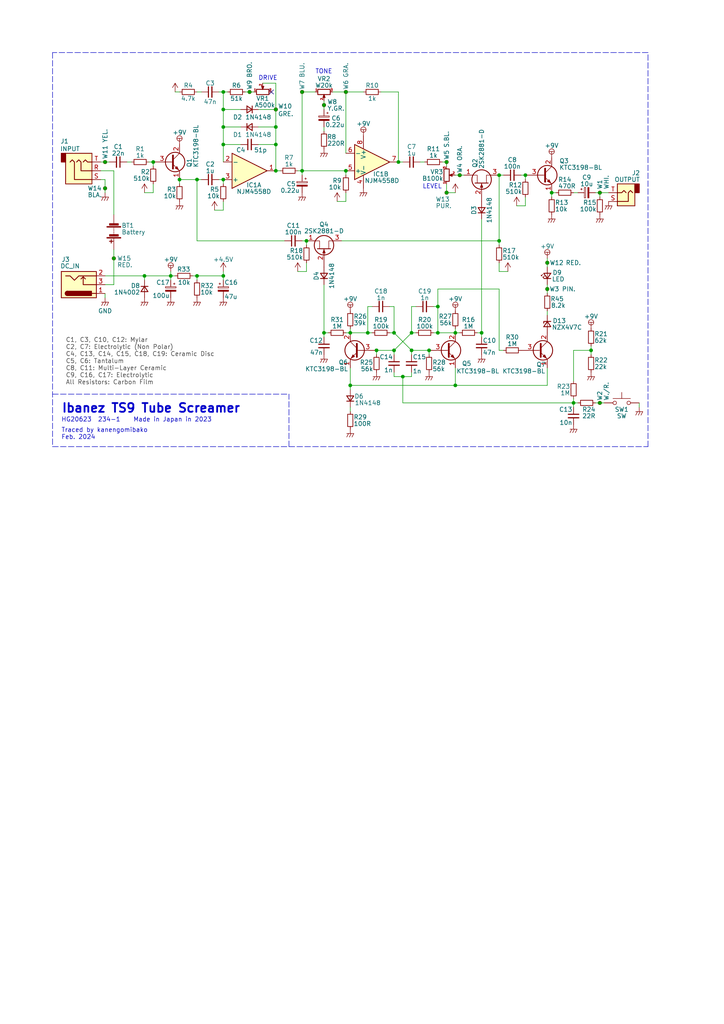
<source format=kicad_sch>
(kicad_sch (version 20231120) (generator "eeschema") (generator_version "8.0")
  (paper "A4" portrait)
  (lib_symbols
    (symbol "Amplifier_Operational:NJM4558" (pin_names (offset 0.127))
      (property "Reference" "U" (at 0 5.08 0))
      (property "Value" "NJM4558" (at 0 -5.08 0))
      (symbol "NJM4558_1_1"
        (pin output line (at 7.62 0 180) (length 2.54) (name "~") (number "1"))
        (pin input line (at -7.62 -2.54 0) (length 2.54) (name "-") (number "2"))
        (pin input line (at -7.62 2.54 0) (length 2.54) (name "+") (number "3"))
      )
      (symbol "NJM4558_2_1"
        (pin input line (at -7.62 2.54 0) (length 2.54) (name "+") (number "5"))
        (pin input line (at -7.62 -2.54 0) (length 2.54) (name "-") (number "6"))
        (pin output line (at 7.62 0 180) (length 2.54) (name "~") (number "7"))
      )
      (symbol "NJM4558_3_1"
        (pin power_in line (at -2.54 -7.62 90) (length 3.81) (name "V-") (number "4"))
        (pin power_in line (at -2.54 7.62 270) (length 3.81) (name "V+") (number "8"))
      )
    )
    (symbol "Connector:Barrel_Jack_Switch" (pin_names hide)
      (property "Reference" "J" (at 0 5.334 0))
      (property "Value" "Barrel_Jack_Switch" (at 0 -5.08 0))
      (symbol "Barrel_Jack_Switch_1_1"
        (pin passive line (at 7.62 2.54 180) (length 2.54) (name "~") (number "1"))
        (pin passive line (at 7.62 -2.54 180) (length 2.54) (name "~") (number "2"))
        (pin passive line (at 7.62 0 180) (length 2.54) (name "~") (number "3"))
      )
    )
    (symbol "Connector:TestPoint_Small" (pin_numbers hide) (pin_names (offset 0.762) hide)
      (property "Reference" "TP" (at 0 3.81 0))
      (property "Value" "TestPoint_Small" (at 0 2.032 0))
      (symbol "TestPoint_Small_1_1"
        (pin passive line (at 0 0 90) (length 0) (name "1") (number "1"))
      )
    )
    (symbol "Connector_Audio:AudioJack2"
      (property "Reference" "J" (at 0 8.89 0))
      (property "Value" "AudioJack2" (at 0 6.35 0))
      (symbol "AudioJack2_1_1"
        (pin passive line (at 5.08 2.54 180) (length 2.54) (name "~") (number "S"))
        (pin passive line (at 5.08 0 180) (length 2.54) (name "~") (number "T"))
      )
    )
    (symbol "Connector_Audio:AudioJack3"
      (property "Reference" "J" (at 0 8.89 0))
      (property "Value" "AudioJack3" (at 0 6.35 0))
      (symbol "AudioJack3_1_1"
        (pin passive line (at 5.08 0 180) (length 2.54) (name "~") (number "R"))
        (pin passive line (at 5.08 2.54 180) (length 2.54) (name "~") (number "S"))
        (pin passive line (at 5.08 -2.54 180) (length 2.54) (name "~") (number "T"))
      )
    )
    (symbol "Device:Battery" (pin_numbers hide) (pin_names (offset 0) hide)
      (property "Reference" "BT" (at 2.54 2.54 0))
      (property "Value" "Battery" (at 2.54 0 0))
      (symbol "Battery_1_1"
        (pin passive line (at 0 5.08 270) (length 2.54) (name "+") (number "1"))
        (pin passive line (at 0 -5.08 90) (length 2.54) (name "-") (number "2"))
      )
    )
    (symbol "Device:C_Polarized_Small" (pin_numbers hide) (pin_names (offset 0.254) hide)
      (property "Reference" "C" (at 0.254 1.778 0))
      (property "Value" "C_Polarized_Small" (at 0.254 -2.032 0))
      (symbol "C_Polarized_Small_1_1"
        (pin passive line (at 0 2.54 270) (length 1.8542) (name "~") (number "1"))
        (pin passive line (at 0 -2.54 90) (length 1.8542) (name "~") (number "2"))
      )
    )
    (symbol "Device:C_Small" (pin_numbers hide) (pin_names (offset 0.254) hide)
      (property "Reference" "C" (at 0.254 1.778 0))
      (property "Value" "C_Small" (at 0.254 -2.032 0))
      (symbol "C_Small_1_1"
        (pin passive line (at 0 2.54 270) (length 2.032) (name "~") (number "1"))
        (pin passive line (at 0 -2.54 90) (length 2.032) (name "~") (number "2"))
      )
    )
    (symbol "Device:D_Small" (pin_numbers hide) (pin_names (offset 0.254) hide)
      (property "Reference" "D" (at -1.27 2.032 0))
      (property "Value" "D_Small" (at -3.81 -2.032 0))
      (symbol "D_Small_1_1"
        (pin passive line (at -2.54 0 0) (length 1.778) (name "K") (number "1"))
        (pin passive line (at 2.54 0 180) (length 1.778) (name "A") (number "2"))
      )
    )
    (symbol "Device:D_Zener_Small" (pin_numbers hide) (pin_names (offset 0.254) hide)
      (property "Reference" "D" (at 0 2.286 0))
      (property "Value" "D_Zener_Small" (at 0 -2.286 0))
      (symbol "D_Zener_Small_1_1"
        (pin passive line (at -2.54 0 0) (length 1.778) (name "K") (number "1"))
        (pin passive line (at 2.54 0 180) (length 1.778) (name "A") (number "2"))
      )
    )
    (symbol "Device:LED_Small" (pin_numbers hide) (pin_names (offset 0.254) hide)
      (property "Reference" "D" (at -1.27 3.175 0))
      (property "Value" "LED_Small" (at -4.445 -2.54 0))
      (symbol "LED_Small_1_1"
        (pin passive line (at -2.54 0 0) (length 1.778) (name "K") (number "1"))
        (pin passive line (at 2.54 0 180) (length 1.778) (name "A") (number "2"))
      )
    )
    (symbol "Device:Q_NJFET_SGD" (pin_names (offset 0) hide)
      (property "Reference" "Q" (at 5.08 1.27 0))
      (property "Value" "Q_NJFET_SGD" (at 5.08 -1.27 0))
      (symbol "Q_NJFET_SGD_1_1"
        (pin passive line (at 2.54 -5.08 90) (length 2.54) (name "S") (number "1"))
        (pin input line (at -5.08 0 0) (length 5.334) (name "G") (number "2"))
        (pin passive line (at 2.54 5.08 270) (length 2.54) (name "D") (number "3"))
      )
    )
    (symbol "Device:R_Potentiometer_Small" (pin_names (offset 1.016) hide)
      (property "Reference" "RV" (at -4.445 0 90))
      (property "Value" "R_Potentiometer_Small" (at -2.54 0 90))
      (symbol "R_Potentiometer_Small_1_1"
        (pin passive line (at 0 2.54 270) (length 0.635) (name "1") (number "1"))
        (pin passive line (at 2.54 0 180) (length 0.9906) (name "2") (number "2"))
        (pin passive line (at 0 -2.54 90) (length 0.635) (name "3") (number "3"))
      )
    )
    (symbol "Device:R_Small" (pin_numbers hide) (pin_names (offset 0.254) hide)
      (property "Reference" "R" (at 0.762 0.508 0))
      (property "Value" "R_Small" (at 0.762 -1.016 0))
      (symbol "R_Small_1_1"
        (pin passive line (at 0 2.54 270) (length 0.762) (name "~") (number "1"))
        (pin passive line (at 0 -2.54 90) (length 0.762) (name "~") (number "2"))
      )
    )
    (symbol "GND_2" (power) (pin_names (offset 0))
      (symbol "GND_2_1_1"
        (pin power_in line (at 0 0 270) (length 0) hide (name "GND") (number "1"))
      )
    )
    (symbol "Switch:SW_Push" (pin_numbers hide) (pin_names (offset 1.016) hide)
      (property "Reference" "SW" (at 1.27 2.54 0))
      (property "Value" "SW_Push" (at 0 -1.524 0))
      (symbol "SW_Push_0_1"
        (pin passive line (at -5.08 0 0) (length 2.54) (name "1") (number "1"))
        (pin passive line (at 5.08 0 180) (length 2.54) (name "2") (number "2"))
      )
    )
    (symbol "Transistor_BJT:2SC1815" (pin_names (offset 0) hide)
      (property "Reference" "Q" (at 5.08 1.905 0))
      (property "Value" "2SC1815" (at 5.08 0 0))
      (symbol "2SC1815_1_1"
        (pin passive line (at 2.54 -5.08 90) (length 2.54) (name "E") (number "1"))
        (pin passive line (at 2.54 5.08 270) (length 2.54) (name "C") (number "2"))
        (pin input line (at -5.08 0 0) (length 5.08) (name "B") (number "3"))
      )
    )
    (symbol "myLib:+4.5V" (power) (pin_names (offset 0))
      (property "Value" "+4.5V" (at 0 3.556 0))
      (symbol "+4.5V_1_1"
        (pin power_in line (at 0 0 90) (length 0) hide (name "+4.5V") (number "1"))
      )
    )
    (symbol "myLib:+9V" (power) (pin_names (offset 0))
      (property "Value" "+9V" (at 0 3.556 0))
      (symbol "+9V_1_1"
        (pin power_in line (at 0 0 90) (length 0) hide (name "+9V") (number "1"))
      )
    )
  )
  (junction (at 64.77 52.07))
  (junction (at 30.48 46.99))
  (junction (at 80.01 31.75))
  (junction (at 106.68 96.52))
  (junction (at 57.15 80.01))
  (junction (at 114.3 101.6))
  (junction (at 80.01 41.91))
  (junction (at 158.75 76.2))
  (junction (at 64.77 41.91))
  (junction (at 88.9 69.85))
  (junction (at 57.15 52.07))
  (junction (at 132.08 111.76))
  (junction (at 80.01 36.83))
  (junction (at 49.53 80.01))
  (junction (at 64.77 80.01))
  (junction (at 119.38 96.52))
  (junction (at 109.22 101.6))
  (junction (at 87.63 26.67))
  (junction (at 33.02 74.93))
  (junction (at 64.77 36.83))
  (junction (at 129.54 46.99))
  (junction (at 80.01 49.53))
  (junction (at 64.77 26.67))
  (junction (at 127 96.52))
  (junction (at 115.57 46.99))
  (junction (at 52.07 52.07))
  (junction (at 101.6 111.76))
  (junction (at 100.33 49.53))
  (junction (at 133.35 50.8))
  (junction (at 64.77 31.75))
  (junction (at 119.38 101.6))
  (junction (at 87.63 49.53))
  (junction (at 114.3 96.52))
  (junction (at 173.99 55.88))
  (junction (at 173.99 116.84))
  (junction (at 72.39 26.67))
  (junction (at 144.78 69.85))
  (junction (at 139.7 96.52))
  (junction (at 101.6 96.52))
  (junction (at 166.37 116.84))
  (junction (at 152.4 50.8))
  (junction (at 100.33 26.67))
  (junction (at 158.75 83.82))
  (junction (at 44.45 46.99))
  (junction (at 93.98 30.48))
  (junction (at 160.02 55.88))
  (junction (at 132.08 96.52))
  (junction (at 41.91 80.01))
  (junction (at 93.98 96.52))
  (junction (at 129.54 55.88))
  (junction (at 171.45 101.6))
  (junction (at 127 88.9))
  (junction (at 116.84 109.22))
  (junction (at 144.78 50.8))
  (junction (at 124.46 101.6))
  (junction (at 30.48 54.61))
  (no_connect (at 78.74 26.67))
  (wire (pts (xy 41.91 80.01) (xy 49.53 80.01)))
  (wire (pts (xy 110.49 26.67) (xy 115.57 26.67)))
  (wire (pts (xy 106.68 96.52) (xy 101.6 96.52)))
  (wire (pts (xy 64.77 26.67) (xy 66.04 26.67)))
  (wire (pts (xy 144.78 76.2) (xy 144.78 78.74)))
  (wire (pts (xy 50.8 26.67) (xy 52.07 26.67)))
  (wire (pts (xy 30.48 54.61) (xy 30.48 55.88)))
  (wire (pts (xy 107.95 96.52) (xy 106.68 96.52)))
  (wire (pts (xy 127 88.9) (xy 127 96.52)))
  (wire (pts (xy 116.84 46.99) (xy 115.57 46.99)))
  (wire (pts (xy 113.03 96.52) (xy 114.3 96.52)))
  (wire (pts (xy 144.78 50.8) (xy 144.78 69.85)))
  (wire (pts (xy 185.42 118.11) (xy 185.42 116.84)))
  (wire (pts (xy 114.3 88.9) (xy 113.03 88.9)))
  (wire (pts (xy 57.15 52.07) (xy 57.15 69.85)))
  (wire (pts (xy 74.93 31.75) (xy 80.01 31.75)))
  (wire (pts (xy 115.57 26.67) (xy 115.57 46.99)))
  (wire (pts (xy 100.33 26.67) (xy 105.41 26.67)))
  (wire (pts (xy 33.02 72.39) (xy 33.02 74.93)))
  (wire (pts (xy 62.23 60.96) (xy 64.77 60.96)))
  (wire (pts (xy 172.72 55.88) (xy 173.99 55.88)))
  (wire (pts (xy 41.91 55.88) (xy 44.45 55.88)))
  (wire (pts (xy 127 83.82) (xy 127 88.9)))
  (wire (pts (xy 57.15 80.01) (xy 64.77 80.01)))
  (wire (pts (xy 129.54 53.34) (xy 129.54 55.88)))
  (wire (pts (xy 114.3 96.52) (xy 119.38 101.6)))
  (wire (pts (xy 49.53 78.74) (xy 49.53 80.01)))
  (wire (pts (xy 114.3 96.52) (xy 114.3 88.9)))
  (wire (pts (xy 109.22 102.87) (xy 109.22 101.6)))
  (wire (pts (xy 64.77 80.01) (xy 64.77 81.28)))
  (wire (pts (xy 93.98 97.79) (xy 93.98 96.52)))
  (wire (pts (xy 129.54 46.99) (xy 129.54 48.26)))
  (wire (pts (xy 167.64 55.88) (xy 166.37 55.88)))
  (wire (pts (xy 116.84 109.22) (xy 114.3 109.22)))
  (wire (pts (xy 128.27 46.99) (xy 129.54 46.99)))
  (polyline (pts (xy 187.96 15.24) (xy 15.24 15.24)) (stroke (width 0) (type dash)))
  (wire (pts (xy 30.48 52.07) (xy 30.48 54.61)))
  (wire (pts (xy 88.9 69.85) (xy 88.9 71.12)))
  (wire (pts (xy 63.5 26.67) (xy 64.77 26.67)))
  (wire (pts (xy 147.32 78.74) (xy 144.78 78.74)))
  (wire (pts (xy 160.02 55.88) (xy 160.02 57.15)))
  (wire (pts (xy 71.12 26.67) (xy 72.39 26.67)))
  (wire (pts (xy 97.79 58.42) (xy 100.33 58.42)))
  (wire (pts (xy 64.77 31.75) (xy 69.85 31.75)))
  (wire (pts (xy 101.6 106.68) (xy 101.6 111.76)))
  (wire (pts (xy 139.7 63.5) (xy 139.7 96.52)))
  (wire (pts (xy 50.8 80.01) (xy 49.53 80.01)))
  (wire (pts (xy 93.98 82.55) (xy 93.98 96.52)))
  (wire (pts (xy 74.93 41.91) (xy 80.01 41.91)))
  (wire (pts (xy 87.63 69.85) (xy 88.9 69.85)))
  (wire (pts (xy 63.5 52.07) (xy 64.77 52.07)))
  (wire (pts (xy 120.65 96.52) (xy 119.38 96.52)))
  (wire (pts (xy 43.18 46.99) (xy 44.45 46.99)))
  (wire (pts (xy 41.91 80.01) (xy 41.91 81.28)))
  (wire (pts (xy 88.9 76.2) (xy 88.9 78.74)))
  (wire (pts (xy 158.75 76.2) (xy 158.75 77.47)))
  (wire (pts (xy 64.77 41.91) (xy 64.77 46.99)))
  (wire (pts (xy 29.21 52.07) (xy 30.48 52.07)))
  (wire (pts (xy 160.02 55.88) (xy 161.29 55.88)))
  (wire (pts (xy 173.99 55.88) (xy 173.99 57.15)))
  (wire (pts (xy 93.98 31.75) (xy 93.98 30.48)))
  (wire (pts (xy 166.37 116.84) (xy 166.37 115.57)))
  (wire (pts (xy 127 96.52) (xy 132.08 96.52)))
  (wire (pts (xy 87.63 49.53) (xy 87.63 26.67)))
  (wire (pts (xy 87.63 26.67) (xy 91.44 26.67)))
  (wire (pts (xy 64.77 26.67) (xy 64.77 31.75)))
  (wire (pts (xy 166.37 116.84) (xy 166.37 118.11)))
  (wire (pts (xy 114.3 101.6) (xy 109.22 101.6)))
  (wire (pts (xy 36.83 46.99) (xy 38.1 46.99)))
  (wire (pts (xy 116.84 109.22) (xy 116.84 116.84)))
  (wire (pts (xy 134.62 50.8) (xy 133.35 50.8)))
  (wire (pts (xy 96.52 26.67) (xy 100.33 26.67)))
  (wire (pts (xy 33.02 49.53) (xy 33.02 62.23)))
  (wire (pts (xy 119.38 96.52) (xy 119.38 88.9)))
  (wire (pts (xy 166.37 116.84) (xy 167.64 116.84)))
  (wire (pts (xy 64.77 31.75) (xy 64.77 36.83)))
  (wire (pts (xy 158.75 90.17) (xy 158.75 91.44)))
  (wire (pts (xy 30.48 80.01) (xy 41.91 80.01)))
  (wire (pts (xy 139.7 96.52) (xy 139.7 97.79)))
  (wire (pts (xy 52.07 52.07) (xy 52.07 53.34)))
  (polyline (pts (xy 15.24 114.3) (xy 83.82 114.3)) (stroke (width 0) (type dash)))
  (wire (pts (xy 80.01 41.91) (xy 80.01 49.53)))
  (wire (pts (xy 138.43 96.52) (xy 139.7 96.52)))
  (wire (pts (xy 144.78 50.8) (xy 146.05 50.8)))
  (wire (pts (xy 72.39 26.67) (xy 73.66 26.67)))
  (polyline (pts (xy 187.96 129.54) (xy 187.96 15.24)) (stroke (width 0) (type dash)))
  (wire (pts (xy 175.26 116.84) (xy 173.99 116.84)))
  (wire (pts (xy 80.01 36.83) (xy 80.01 41.91)))
  (wire (pts (xy 124.46 102.87) (xy 124.46 101.6)))
  (wire (pts (xy 144.78 83.82) (xy 144.78 101.6)))
  (wire (pts (xy 149.86 59.69) (xy 152.4 59.69)))
  (wire (pts (xy 133.35 96.52) (xy 132.08 96.52)))
  (wire (pts (xy 44.45 46.99) (xy 44.45 48.26)))
  (wire (pts (xy 64.77 36.83) (xy 64.77 41.91)))
  (wire (pts (xy 57.15 80.01) (xy 57.15 81.28)))
  (wire (pts (xy 125.73 88.9) (xy 127 88.9)))
  (wire (pts (xy 99.06 69.85) (xy 144.78 69.85)))
  (wire (pts (xy 33.02 82.55) (xy 30.48 82.55)))
  (wire (pts (xy 93.98 30.48) (xy 93.98 29.21)))
  (wire (pts (xy 86.36 49.53) (xy 87.63 49.53)))
  (wire (pts (xy 80.01 49.53) (xy 81.28 49.53)))
  (wire (pts (xy 52.07 52.07) (xy 57.15 52.07)))
  (wire (pts (xy 166.37 101.6) (xy 166.37 110.49)))
  (wire (pts (xy 121.92 46.99) (xy 123.19 46.99)))
  (wire (pts (xy 132.08 111.76) (xy 101.6 111.76)))
  (wire (pts (xy 30.48 86.36) (xy 30.48 85.09)))
  (wire (pts (xy 151.13 50.8) (xy 152.4 50.8)))
  (wire (pts (xy 132.08 96.52) (xy 132.08 95.25)))
  (wire (pts (xy 125.73 96.52) (xy 127 96.52)))
  (wire (pts (xy 74.93 36.83) (xy 80.01 36.83)))
  (wire (pts (xy 93.98 96.52) (xy 95.25 96.52)))
  (wire (pts (xy 87.63 49.53) (xy 100.33 49.53)))
  (wire (pts (xy 107.95 88.9) (xy 106.68 88.9)))
  (wire (pts (xy 119.38 101.6) (xy 119.38 102.87)))
  (wire (pts (xy 57.15 80.01) (xy 55.88 80.01)))
  (wire (pts (xy 57.15 69.85) (xy 82.55 69.85)))
  (wire (pts (xy 158.75 82.55) (xy 158.75 83.82)))
  (wire (pts (xy 106.68 88.9) (xy 106.68 96.52)))
  (wire (pts (xy 119.38 109.22) (xy 116.84 109.22)))
  (wire (pts (xy 173.99 116.84) (xy 172.72 116.84)))
  (wire (pts (xy 119.38 88.9) (xy 120.65 88.9)))
  (wire (pts (xy 64.77 41.91) (xy 69.85 41.91)))
  (wire (pts (xy 158.75 106.68) (xy 158.75 111.76)))
  (wire (pts (xy 76.2 24.13) (xy 80.01 24.13)))
  (wire (pts (xy 132.08 106.68) (xy 132.08 111.76)))
  (wire (pts (xy 144.78 69.85) (xy 144.78 71.12)))
  (wire (pts (xy 132.08 55.88) (xy 129.54 55.88)))
  (wire (pts (xy 101.6 111.76) (xy 101.6 113.03)))
  (wire (pts (xy 101.6 96.52) (xy 101.6 95.25)))
  (wire (pts (xy 93.98 36.83) (xy 93.98 38.1)))
  (wire (pts (xy 152.4 50.8) (xy 152.4 52.07)))
  (wire (pts (xy 30.48 46.99) (xy 31.75 46.99)))
  (wire (pts (xy 80.01 31.75) (xy 80.01 36.83)))
  (wire (pts (xy 158.75 83.82) (xy 158.75 85.09)))
  (wire (pts (xy 152.4 57.15) (xy 152.4 59.69)))
  (wire (pts (xy 171.45 101.6) (xy 166.37 101.6)))
  (wire (pts (xy 57.15 52.07) (xy 58.42 52.07)))
  (wire (pts (xy 87.63 49.53) (xy 87.63 50.8)))
  (wire (pts (xy 101.6 96.52) (xy 100.33 96.52)))
  (wire (pts (xy 119.38 96.52) (xy 114.3 101.6)))
  (polyline (pts (xy 15.24 15.24) (xy 15.24 129.54)) (stroke (width 0) (type dash)))
  (wire (pts (xy 57.15 26.67) (xy 58.42 26.67)))
  (wire (pts (xy 114.3 101.6) (xy 114.3 102.87)))
  (wire (pts (xy 64.77 52.07) (xy 64.77 53.34)))
  (wire (pts (xy 29.21 46.99) (xy 30.48 46.99)))
  (wire (pts (xy 33.02 74.93) (xy 33.02 82.55)))
  (wire (pts (xy 116.84 116.84) (xy 166.37 116.84)))
  (wire (pts (xy 127 83.82) (xy 144.78 83.82)))
  (wire (pts (xy 80.01 24.13) (xy 80.01 31.75)))
  (polyline (pts (xy 15.24 129.54) (xy 187.96 129.54)) (stroke (width 0) (type dash)))
  (wire (pts (xy 100.33 26.67) (xy 100.33 44.45)))
  (wire (pts (xy 171.45 100.33) (xy 171.45 101.6)))
  (wire (pts (xy 100.33 49.53) (xy 100.33 50.8)))
  (wire (pts (xy 86.36 78.74) (xy 88.9 78.74)))
  (wire (pts (xy 29.21 49.53) (xy 33.02 49.53)))
  (wire (pts (xy 171.45 101.6) (xy 171.45 102.87)))
  (wire (pts (xy 133.35 50.8) (xy 132.08 50.8)))
  (wire (pts (xy 158.75 74.93) (xy 158.75 76.2)))
  (wire (pts (xy 119.38 107.95) (xy 119.38 109.22)))
  (wire (pts (xy 100.33 55.88) (xy 100.33 58.42)))
  (wire (pts (xy 64.77 58.42) (xy 64.77 60.96)))
  (wire (pts (xy 101.6 118.11) (xy 101.6 119.38)))
  (wire (pts (xy 114.3 107.95) (xy 114.3 109.22)))
  (wire (pts (xy 44.45 53.34) (xy 44.45 55.88)))
  (wire (pts (xy 124.46 101.6) (xy 119.38 101.6)))
  (wire (pts (xy 64.77 36.83) (xy 69.85 36.83)))
  (wire (pts (xy 173.99 55.88) (xy 176.53 55.88)))
  (wire (pts (xy 144.78 101.6) (xy 146.05 101.6)))
  (wire (pts (xy 49.53 80.01) (xy 49.53 81.28)))
  (wire (pts (xy 158.75 111.76) (xy 132.08 111.76)))
  (wire (pts (xy 64.77 78.74) (xy 64.77 80.01)))
  (polyline (pts (xy 83.82 129.54) (xy 83.82 114.3)) (stroke (width 0) (type dash)))
  (text "Ibanez TS9 Tube Screamer" (at 17.78 120.015 0) (effects (font (size 2.54 2.54) (thickness 0.508) (bold yes)) (justify left bottom)))
  (text "HG20623  234-1    Made in Japan in 2023" (at 17.78 122.555 0) (effects (font (size 1.27 1.27)) (justify left bottom)))
  (text "DRIVE" (at 74.93 23.495 0) (effects (font (size 1.27 1.27)) (justify left bottom)))
  (text "Traced by kanengomibako\nFeb. 2024" (at 17.78 127.635 0) (effects (font (size 1.27 1.27)) (justify left bottom)))
  (text "LEVEL" (at 122.555 54.9275 0) (effects (font (size 1.27 1.27)) (justify left bottom)))
  (text "TONE" (at 91.44 21.59 0) (effects (font (size 1.27 1.27)) (justify left bottom)))
  (text "C1, C3, C10, C12: Mylar\nC2, C7: Electrolytic (Non Polar)\nC4, C13, C14, C15, C18, C19: Ceramic Disc\nC5, C6: Tantalum\nC8, C11: Multi-Layer Ceramic\nC9, C16, C17: Electrolytic\nAll Resistors: Carbon Film" (at 19.05 111.76 0) (effects (font (size 1.27 1.27)) (justify left bottom)))
  (symbol (lib_name "GND_2") (lib_id "power:GND") (at 93.98 102.87 0) (unit 1)
    (property "Reference" "#PWR049" (effects (hide yes)))
    (property "Value" "GND" (effects (hide yes)))
  )
  (symbol (lib_name "GND_2") (lib_id "power:GND") (at 101.6 124.46 0) (unit 1)
    (property "Reference" "#PWR015" (effects (hide yes)))
    (property "Value" "GND" (effects (hide yes)))
  )
  (symbol (lib_id "Device:R_Small") (at 170.18 116.84 270) (mirror x) (unit 1)
    (property "Reference" "R24" (at 170.815 118.745 90))
    (property "Value" "22R" (at 170.815 120.65 90))
    (property "Footprint" "Resistor_THT:R_Axial_DIN0204_L3.6mm_D1.6mm_P5.08mm_Horizontal" (effects (hide yes)))
  )
  (symbol (lib_id "Connector:TestPoint_Small") (at 173.99 116.84 0) (unit 1)
    (property "Reference" "W2" (at 173.99 116.205 90) (effects (justify left)))
    (property "Value" "W./R." (at 175.895 116.205 90) (effects (justify left)))
    (property "Footprint" "myFoot:my_WirePad_0-8mmDrill" (effects (hide yes)))
  )
  (symbol (lib_id "Device:R_Small") (at 152.4 54.61 0) (mirror y) (unit 1)
    (property "Reference" "R12" (at 151.4475 53.6575 0) (effects (justify left)))
    (property "Value" "510k" (at 151.4475 55.5625 0) (effects (justify left)))
    (property "Footprint" "Resistor_THT:R_Axial_DIN0204_L3.6mm_D1.6mm_P5.08mm_Horizontal" (effects (hide yes)))
  )
  (symbol (lib_id "Device:C_Small") (at 60.96 52.07 90) (mirror x) (unit 1)
    (property "Reference" "C2" (at 60.96 47.625 90))
    (property "Value" "1u" (at 60.96 49.53 90))
    (property "Footprint" "myFoot:my_C_NP_P2.50mm" (effects (hide yes)))
    (property "Datasheet" "Electrolytic (NP)" (effects (hide yes)))
  )
  (symbol (lib_id "Device:R_Small") (at 93.98 40.64 180) (unit 1)
    (property "Reference" "R8" (at 96.2025 39.6875 0))
    (property "Value" "220R" (at 97.4725 41.5925 0))
    (property "Footprint" "Resistor_THT:R_Axial_DIN0204_L3.6mm_D1.6mm_P5.08mm_Horizontal" (effects (hide yes)))
  )
  (symbol (lib_id "Device:R_Small") (at 100.33 53.34 0) (mirror x) (unit 1)
    (property "Reference" "R9" (at 97.79 52.3875 0))
    (property "Value" "10k" (at 97.155 54.2925 0))
    (property "Footprint" "Resistor_THT:R_Axial_DIN0204_L3.6mm_D1.6mm_P7.62mm_Horizontal" (effects (hide yes)))
  )
  (symbol (lib_id "Connector:TestPoint_Small") (at 100.33 26.67 0) (unit 1)
    (property "Reference" "W6" (at 100.33 26.035 90) (effects (justify left)))
    (property "Value" "GRA." (at 100.33 22.5425 90) (effects (justify left)))
    (property "Footprint" "myFoot:my_WirePad_0-8mmDrill" (effects (hide yes)))
  )
  (symbol (lib_id "myLib:+9V") (at 101.6 90.17 0) (mirror y) (unit 1)
    (property "Reference" "#PWR024" (effects (hide yes)))
    (property "Value" "+9V" (at 101.6 86.6775 0))
  )
  (symbol (lib_id "Connector:Barrel_Jack_Switch") (at 22.86 82.55 0) (mirror x) (unit 1)
    (property "Reference" "J3" (at 19.05 75.2475 0))
    (property "Value" "DC_IN" (at 20.32 77.1525 0))
    (property "Footprint" "myFoot:my_DC_Jack" (effects (hide yes)))
  )
  (symbol (lib_name "GND_2") (lib_id "power:GND") (at 166.37 123.19 0) (unit 1)
    (property "Reference" "#PWR072" (effects (hide yes)))
    (property "Value" "GND" (effects (hide yes)))
  )
  (symbol (lib_id "Connector:TestPoint_Small") (at 30.48 54.61 0) (unit 1)
    (property "Reference" "W14" (at 25.4 54.61 0) (effects (justify left)))
    (property "Value" "BLA." (at 25.4 56.515 0) (effects (justify left)))
    (property "Footprint" "myFoot:my_WirePad_0-8mmDrill" (effects (hide yes)))
  )
  (symbol (lib_name "GND_2") (lib_id "power:GND") (at 173.99 62.23 0) (unit 1)
    (property "Reference" "#PWR073" (effects (hide yes)))
    (property "Value" "GND" (effects (hide yes)))
  )
  (symbol (lib_id "Device:R_Small") (at 97.79 96.52 90) (unit 1)
    (property "Reference" "R31" (at 97.79 92.71 90))
    (property "Value" "1M" (at 97.79 94.615 90))
    (property "Footprint" "Resistor_THT:R_Axial_DIN0204_L3.6mm_D1.6mm_P5.08mm_Horizontal" (effects (hide yes)))
  )
  (symbol (lib_name "GND_2") (lib_id "power:GND") (at 41.91 86.36 0) (unit 1)
    (property "Reference" "#PWR0137" (effects (hide yes)))
    (property "Value" "GND" (effects (hide yes)))
  )
  (symbol (lib_id "Device:R_Small") (at 110.49 96.52 90) (unit 1)
    (property "Reference" "R19" (at 110.49 92.71 90))
    (property "Value" "100k" (at 110.49 94.615 90))
    (property "Footprint" "Resistor_THT:R_Axial_DIN0204_L3.6mm_D1.6mm_P5.08mm_Horizontal" (effects (hide yes)))
  )
  (symbol (lib_name "GND_2") (lib_id "power:GND") (at 30.48 86.36 0) (unit 1)
    (property "Reference" "#PWR013" (effects (hide yes)))
    (property "Value" "GND" (at 30.48 90.17 0))
  )
  (symbol (lib_id "myLib:+4.5V") (at 50.8 26.67 0) (unit 1)
    (property "Reference" "#PWR03" (effects (hide yes)))
    (property "Value" "+4.5V" (effects (hide yes)))
  )
  (symbol (lib_name "GND_2") (lib_id "power:GND") (at 185.42 118.11 0) (unit 1)
    (property "Reference" "#PWR075" (effects (hide yes)))
    (property "Value" "GND" (effects (hide yes)))
  )
  (symbol (lib_name "GND_2") (lib_id "power:GND") (at 176.53 58.42 0) (unit 1)
    (property "Reference" "#PWR026" (effects (hide yes)))
    (property "Value" "GND" (effects (hide yes)))
  )
  (symbol (lib_id "Device:Q_NJFET_SGD") (at 139.7 53.34 270) (mirror x) (unit 1)
    (property "Reference" "Q2" (at 137.795 47.3075 0))
    (property "Value" "2SK2881-D" (at 139.7 43.18 0))
    (property "Footprint" "Package_TO_SOT_THT:TO-92_Inline_Wide" (effects (hide yes)))
  )
  (symbol (lib_id "Device:Battery") (at 33.02 67.31 180) (unit 1) (on_board no)
    (property "Reference" "BT1" (at 35.2425 65.405 0) (effects (justify right)))
    (property "Value" "Battery" (at 35.2425 67.31 0) (effects (justify right)))
    (property "Footprint" "myFoot:my_conn" (effects (hide yes)))
  )
  (symbol (lib_id "Device:R_Small") (at 57.15 83.82 0) (unit 1)
    (property "Reference" "R32" (at 58.1025 82.8675 0) (effects (justify left)))
    (property "Value" "10k" (at 58.1025 84.7725 0) (effects (justify left)))
    (property "Footprint" "Resistor_THT:R_Axial_DIN0204_L3.6mm_D1.6mm_P5.08mm_Horizontal" (effects (hide yes)))
  )
  (symbol (lib_id "myLib:+9V") (at 160.02 45.72 0) (unit 1)
    (property "Reference" "#PWR011" (effects (hide yes)))
    (property "Value" "+9V" (at 160.02 42.2275 0))
  )
  (symbol (lib_id "Device:C_Small") (at 119.38 46.99 90) (mirror x) (unit 1)
    (property "Reference" "C7" (at 119.38 42.545 90))
    (property "Value" "1u" (at 119.38 44.45 90))
    (property "Footprint" "myFoot:my_C_NP_P2.50mm" (effects (hide yes)))
    (property "Datasheet" "Electrolytic (NP)" (effects (hide yes)))
  )
  (symbol (lib_id "Device:R_Small") (at 101.6 121.92 0) (unit 1)
    (property "Reference" "R29" (at 102.5525 120.9675 0) (effects (justify left)))
    (property "Value" "100R" (at 102.5525 122.8725 0) (effects (justify left)))
    (property "Footprint" "Resistor_THT:R_Axial_DIN0204_L3.6mm_D1.6mm_P5.08mm_Horizontal" (effects (hide yes)))
  )
  (symbol (lib_id "Amplifier_Operational:NJM4558") (at 107.95 46.99 0) (mirror x) (unit 2)
    (property "Reference" "IC1" (at 110.49 50.4825 0))
    (property "Value" "NJM4558D" (at 110.8075 52.3875 0))
    (property "Footprint" "Package_DIP:DIP-8_W7.62mm" (effects (hide yes)))
  )
  (symbol (lib_name "GND_2") (lib_id "power:GND") (at 124.46 107.95 0) (unit 1)
    (property "Reference" "#PWR061" (effects (hide yes)))
    (property "Value" "GND" (effects (hide yes)))
  )
  (symbol (lib_id "Connector:TestPoint_Small") (at 80.01 31.75 0) (unit 1)
    (property "Reference" "W10" (at 80.645 30.7975 0) (effects (justify left)))
    (property "Value" "GRE." (at 80.645 33.02 0) (effects (justify left)))
    (property "Footprint" "myFoot:my_WirePad_0-8mmDrill" (effects (hide yes)))
  )
  (symbol (lib_id "Device:R_Small") (at 53.34 80.01 90) (unit 1)
    (property "Reference" "R33" (at 55.245 78.105 90) (effects (justify left)))
    (property "Value" "10k" (at 55.245 81.915 90) (effects (justify left)))
    (property "Footprint" "Resistor_THT:R_Axial_DIN0204_L3.6mm_D1.6mm_P5.08mm_Horizontal" (effects (hide yes)))
  )
  (symbol (lib_id "Transistor_BJT:2SC1815") (at 156.21 101.6 0) (unit 1)
    (property "Reference" "Q7" (at 155.575 105.7275 0) (effects (justify left)))
    (property "Value" "KTC3198-BL" (at 145.7325 107.6325 0) (effects (justify left)))
    (property "Footprint" "Package_TO_SOT_THT:TO-92_Inline_Wide" (effects (hide yes)))
  )
  (symbol (lib_id "Connector:TestPoint_Small") (at 158.75 76.2 0) (mirror y) (unit 1)
    (property "Reference" "W12" (at 163.5125 76.2 0) (effects (justify left)))
    (property "Value" "RED." (at 168.5925 76.2 0) (effects (justify left)))
    (property "Footprint" "myFoot:my_WirePad_0-8mmDrill" (effects (hide yes)))
  )
  (symbol (lib_id "Connector:TestPoint_Small") (at 158.75 83.82 0) (mirror y) (unit 1)
    (property "Reference" "W3" (at 162.2425 83.82 0) (effects (justify left)))
    (property "Value" "PIN." (at 167.005 83.82 0) (effects (justify left)))
    (property "Footprint" "myFoot:my_WirePad_0-8mmDrill" (effects (hide yes)))
  )
  (symbol (lib_id "Device:D_Small") (at 101.6 115.57 270) (mirror x) (unit 1)
    (property "Reference" "D6" (at 104.14 114.935 90))
    (property "Value" "1N4148" (at 106.68 116.84 90))
    (property "Footprint" "Diode_THT:D_T-1_P5.08mm_Horizontal" (effects (hide yes)))
    (property "Datasheet" "onsemi" (effects (hide yes)))
  )
  (symbol (lib_id "Device:C_Small") (at 114.3 105.41 0) (mirror y) (unit 1)
    (property "Reference" "C14" (at 113.9825 103.505 0) (effects (justify left)))
    (property "Value" "1n" (at 113.9825 107.315 0) (effects (justify left)))
    (property "Footprint" "Capacitor_THT:C_Disc_D4.3mm_W1.9mm_P5.00mm" (effects (hide yes)))
    (property "Datasheet" "Ceramic" (effects (hide yes)))
  )
  (symbol (lib_id "Device:LED_Small") (at 158.75 80.01 90) (unit 1) (on_board no)
    (property "Reference" "D9" (at 161.6075 79.0575 90))
    (property "Value" "LED" (at 161.925 80.9625 90))
    (property "Footprint" "myFoot:my_conn" (effects (hide yes)))
  )
  (symbol (lib_name "GND_2") (lib_id "power:GND") (at 30.48 55.88 0) (unit 1)
    (property "Reference" "#PWR01" (effects (hide yes)))
    (property "Value" "GND" (effects (hide yes)))
  )
  (symbol (lib_name "GND_2") (lib_id "power:GND") (at 139.7 102.87 0) (unit 1)
    (property "Reference" "#PWR068" (effects (hide yes)))
    (property "Value" "GND" (effects (hide yes)))
  )
  (symbol (lib_id "Device:R_Small") (at 52.07 55.88 0) (mirror y) (unit 1)
    (property "Reference" "R3" (at 51.1175 54.9275 0) (effects (justify left)))
    (property "Value" "10k" (at 51.1175 56.8325 0) (effects (justify left)))
    (property "Footprint" "Resistor_THT:R_Axial_DIN0204_L3.6mm_D1.6mm_P5.08mm_Horizontal" (effects (hide yes)))
  )
  (symbol (lib_id "Device:C_Small") (at 139.7 100.33 0) (unit 1)
    (property "Reference" "C10" (at 140.0175 98.7425 0) (effects (justify left)))
    (property "Value" "47n" (at 140.0175 102.235 0) (effects (justify left)))
    (property "Footprint" "Capacitor_THT:C_Disc_D4.3mm_W1.9mm_P5.00mm" (effects (hide yes)))
    (property "Datasheet" "Mylar" (effects (hide yes)))
  )
  (symbol (lib_id "Connector:TestPoint_Small") (at 30.48 46.99 90) (unit 1)
    (property "Reference" "W11" (at 30.48 44.1325 0))
    (property "Value" "YEL." (at 30.48 39.37 0))
    (property "Footprint" "myFoot:my_WirePad_0-8mmDrill" (effects (hide yes)))
  )
  (symbol (lib_id "Device:C_Polarized_Small") (at 49.53 83.82 0) (mirror y) (unit 1)
    (property "Reference" "C17" (at 49.2125 81.915 0) (effects (justify left)))
    (property "Value" "100u" (at 49.2125 85.725 0) (effects (justify left)))
    (property "Footprint" "Capacitor_THT:CP_Radial_D8.0mm_P5.00mm" (effects (hide yes)))
    (property "Datasheet" "Electrolytic" (effects (hide yes)))
  )
  (symbol (lib_id "Device:R_Small") (at 171.45 105.41 0) (unit 1)
    (property "Reference" "R22" (at 172.4025 104.4575 0) (effects (justify left)))
    (property "Value" "22k" (at 172.4025 106.3625 0) (effects (justify left)))
    (property "Footprint" "Resistor_THT:R_Axial_DIN0204_L3.6mm_D1.6mm_P5.08mm_Horizontal" (effects (hide yes)))
  )
  (symbol (lib_id "Device:C_Small") (at 166.37 120.65 0) (mirror y) (unit 1)
    (property "Reference" "C13" (at 166.0525 118.745 0) (effects (justify left)))
    (property "Value" "10n" (at 166.0525 122.555 0) (effects (justify left)))
    (property "Footprint" "Capacitor_THT:C_Disc_D4.3mm_W1.9mm_P5.00mm" (effects (hide yes)))
    (property "Datasheet" "Ceramic" (effects (hide yes)))
  )
  (symbol (lib_name "GND_2") (lib_id "power:GND") (at 49.53 86.36 0) (unit 1)
    (property "Reference" "#PWR021" (effects (hide yes)))
    (property "Value" "GND" (effects (hide yes)))
  )
  (symbol (lib_id "Device:Q_NJFET_SGD") (at 93.98 72.39 270) (mirror x) (unit 1)
    (property "Reference" "Q4" (at 93.98 65.0875 90))
    (property "Value" "2SK2881-D" (at 93.98 66.9925 90))
    (property "Footprint" "Package_TO_SOT_THT:TO-92_Inline_Wide" (effects (hide yes)))
  )
  (symbol (lib_name "GND_2") (lib_id "power:GND") (at 87.63 55.88 0) (unit 1)
    (property "Reference" "#PWR06" (effects (hide yes)))
    (property "Value" "GND" (effects (hide yes)))
  )
  (symbol (lib_id "Connector:TestPoint_Small") (at 173.99 55.88 0) (unit 1)
    (property "Reference" "W1" (at 173.99 54.9275 90) (effects (justify left)))
    (property "Value" "WHI." (at 175.895 54.9275 90) (effects (justify left)))
    (property "Footprint" "myFoot:my_WirePad_0-8mmDrill" (effects (hide yes)))
  )
  (symbol (lib_id "myLib:+4.5V") (at 41.91 55.88 0) (unit 1)
    (property "Reference" "#PWR014" (effects (hide yes)))
    (property "Value" "+4.5V" (effects (hide yes)))
  )
  (symbol (lib_id "Device:C_Polarized_Small") (at 93.98 34.29 0) (mirror y) (unit 1)
    (property "Reference" "C6" (at 97.4725 34.29 0))
    (property "Value" "0.22u" (at 97.155 36.195 0))
    (property "Footprint" "Capacitor_THT:CP_Radial_Tantal_D4.5mm_P2.50mm" (effects (hide yes)))
    (property "Datasheet" "Tantalm" (effects (hide yes)))
  )
  (symbol (lib_id "Device:R_Small") (at 44.45 50.8 0) (mirror y) (unit 1)
    (property "Reference" "R2" (at 43.4975 49.8475 0) (effects (justify left)))
    (property "Value" "510k" (at 43.4975 51.7525 0) (effects (justify left)))
    (property "Footprint" "Resistor_THT:R_Axial_DIN0204_L3.6mm_D1.6mm_P5.08mm_Horizontal" (effects (hide yes)))
  )
  (symbol (lib_id "Device:C_Small") (at 60.96 26.67 90) (mirror x) (unit 1)
    (property "Reference" "C3" (at 60.96 24.13 90))
    (property "Value" "47n" (at 60.96 29.5275 90))
    (property "Footprint" "Capacitor_THT:C_Disc_D4.3mm_W1.9mm_P5.00mm" (effects (hide yes)))
    (property "Datasheet" "Mylar" (effects (hide yes)))
  )
  (symbol (lib_id "Connector:TestPoint_Small") (at 133.35 50.8 0) (unit 1)
    (property "Reference" "W4" (at 133.35 50.165 90) (effects (justify left)))
    (property "Value" "ORA." (at 133.35 46.6725 90) (effects (justify left)))
    (property "Footprint" "myFoot:my_WirePad_0-8mmDrill" (effects (hide yes)))
  )
  (symbol (lib_id "myLib:+4.5V") (at 64.77 78.74 0) (unit 1)
    (property "Reference" "#PWR019" (effects (hide yes)))
    (property "Value" "+4.5V" (at 64.77 75.2475 0))
  )
  (symbol (lib_id "Device:C_Small") (at 110.49 88.9 270) (unit 1)
    (property "Reference" "C18" (at 110.49 84.455 90))
    (property "Value" "1n" (at 110.49 86.36 90))
    (property "Footprint" "Capacitor_THT:C_Disc_D4.3mm_W1.9mm_P5.00mm" (effects (hide yes)))
    (property "Datasheet" "Ceramic" (effects (hide yes)))
  )
  (symbol (lib_id "Device:C_Small") (at 72.39 41.91 90) (mirror x) (unit 1)
    (property "Reference" "C4" (at 69.85 43.4975 90))
    (property "Value" "51p" (at 75.565 43.4975 90))
    (property "Footprint" "Capacitor_THT:C_Disc_D3.0mm_W1.6mm_P2.50mm" (effects (hide yes)))
    (property "Datasheet" "Ceramic" (effects (hide yes)))
  )
  (symbol (lib_id "Device:R_Small") (at 166.37 113.03 0) (mirror y) (unit 1)
    (property "Reference" "R23" (at 165.4175 112.0775 0) (effects (justify left)))
    (property "Value" "1M" (at 165.4175 113.9825 0) (effects (justify left)))
    (property "Footprint" "Resistor_THT:R_Axial_DIN0204_L3.6mm_D1.6mm_P5.08mm_Horizontal" (effects (hide yes)))
  )
  (symbol (lib_id "Device:R_Small") (at 171.45 97.79 0) (unit 1)
    (property "Reference" "R21" (at 172.4025 96.8375 0) (effects (justify left)))
    (property "Value" "62k" (at 172.4025 98.7425 0) (effects (justify left)))
    (property "Footprint" "Resistor_THT:R_Axial_DIN0204_L3.6mm_D1.6mm_P5.08mm_Horizontal" (effects (hide yes)))
  )
  (symbol (lib_id "Transistor_BJT:2SC1815") (at 104.14 101.6 0) (mirror y) (unit 1)
    (property "Reference" "Q6" (at 100.965 105.0925 0) (effects (justify left)))
    (property "Value" "KTC3198-BL" (at 100.965 106.9975 0) (effects (justify left)))
    (property "Footprint" "Package_TO_SOT_THT:TO-92_Inline_Wide" (effects (hide yes)))
  )
  (symbol (lib_id "Device:R_Small") (at 101.6 92.71 0) (unit 1)
    (property "Reference" "R26" (at 102.5525 91.7575 0) (effects (justify left)))
    (property "Value" "39k" (at 102.5525 93.6625 0) (effects (justify left)))
    (property "Footprint" "Resistor_THT:R_Axial_DIN0204_L3.6mm_D1.6mm_P5.08mm_Horizontal" (effects (hide yes)))
  )
  (symbol (lib_id "myLib:+4.5V") (at 62.23 60.96 0) (unit 1)
    (property "Reference" "#PWR02" (effects (hide yes)))
    (property "Value" "+4.5V" (effects (hide yes)))
  )
  (symbol (lib_id "Device:D_Small") (at 72.39 36.83 0) (unit 1)
    (property "Reference" "D1" (at 68.8975 39.0525 0))
    (property "Value" "1N4148" (at 74.93 39.0525 0))
    (property "Footprint" "Diode_THT:D_DO-35_SOD27_P3.81mm_Vertical_AnodeUp" (effects (hide yes)))
    (property "Datasheet" "onsemi" (effects (hide yes)))
  )
  (symbol (lib_id "Transistor_BJT:2SC1815") (at 49.53 46.99 0) (unit 1)
    (property "Reference" "Q1" (at 54.9275 48.5775 90) (effects (justify left)))
    (property "Value" "KTC3198-BL" (at 56.8325 48.5775 90) (effects (justify left)))
    (property "Footprint" "Package_TO_SOT_THT:TO-92_Inline_Wide" (effects (hide yes)))
  )
  (symbol (lib_name "GND_2") (lib_id "power:GND") (at 64.77 86.36 0) (unit 1)
    (property "Reference" "#PWR028" (effects (hide yes)))
    (property "Value" "GND" (effects (hide yes)))
  )
  (symbol (lib_id "Device:R_Small") (at 163.83 55.88 90) (unit 1)
    (property "Reference" "R14" (at 163.83 52.07 90))
    (property "Value" "470R" (at 164.465 53.975 90))
    (property "Footprint" "Resistor_THT:R_Axial_DIN0204_L3.6mm_D1.6mm_P5.08mm_Horizontal" (effects (hide yes)))
  )
  (symbol (lib_id "myLib:+4.5V") (at 97.79 58.42 0) (unit 1)
    (property "Reference" "#PWR09" (effects (hide yes)))
    (property "Value" "+4.5V" (effects (hide yes)))
  )
  (symbol (lib_id "Device:R_Small") (at 64.77 55.88 0) (mirror x) (unit 1)
    (property "Reference" "R5" (at 62.23 54.9275 0))
    (property "Value" "10k" (at 61.9125 56.8325 0))
    (property "Footprint" "myFoot:my_R_P6mm_Horizontal" (effects (hide yes)))
  )
  (symbol (lib_id "Device:R_Potentiometer_Small") (at 76.2 26.67 90) (unit 1) (on_board no)
    (property "Reference" "VR1" (at 76.2 28.575 90))
    (property "Value" "A500k" (at 76.835 30.48 90))
  )
  (symbol (lib_id "Connector_Audio:AudioJack2") (at 181.61 55.88 180) (unit 1) (on_board no)
    (property "Reference" "J2" (at 184.4675 50.165 0))
    (property "Value" "OUTPUT" (at 181.9275 52.07 0))
  )
  (symbol (lib_id "Device:C_Polarized_Small") (at 64.77 83.82 0) (unit 1)
    (property "Reference" "C16" (at 65.0875 81.915 0) (effects (justify left)))
    (property "Value" "47u" (at 65.0875 86.0425 0) (effects (justify left)))
    (property "Footprint" "myFoot:my_C_D5.0mm_P2.50mm" (effects (hide yes)))
    (property "Datasheet" "Electrolytic" (effects (hide yes)))
  )
  (symbol (lib_id "Device:C_Small") (at 93.98 100.33 0) (mirror y) (unit 1)
    (property "Reference" "C12" (at 93.6625 98.7425 0) (effects (justify left)))
    (property "Value" "47n" (at 93.6625 102.235 0) (effects (justify left)))
    (property "Footprint" "Capacitor_THT:C_Disc_D4.3mm_W1.9mm_P5.00mm" (effects (hide yes)))
    (property "Datasheet" "Mylar" (effects (hide yes)))
  )
  (symbol (lib_id "Device:R_Small") (at 173.99 59.69 0) (mirror y) (unit 1)
    (property "Reference" "R15" (at 173.0375 58.7375 0) (effects (justify left)))
    (property "Value" "100k" (at 173.0375 60.6425 0) (effects (justify left)))
    (property "Footprint" "Resistor_THT:R_Axial_DIN0204_L3.6mm_D1.6mm_P5.08mm_Horizontal" (effects (hide yes)))
  )
  (symbol (lib_id "Transistor_BJT:2SC1815") (at 157.48 50.8 0) (unit 1)
    (property "Reference" "Q3" (at 162.2425 46.6725 0) (effects (justify left)))
    (property "Value" "KTC3198-BL" (at 162.2425 48.5775 0) (effects (justify left)))
    (property "Footprint" "Package_TO_SOT_THT:TO-92_Inline_Wide" (effects (hide yes)))
  )
  (symbol (lib_id "Connector:TestPoint_Small") (at 33.02 74.93 0) (unit 1)
    (property "Reference" "W15" (at 33.9725 74.93 0) (effects (justify left)))
    (property "Value" "RED." (at 33.9725 76.835 0) (effects (justify left)))
    (property "Footprint" "myFoot:my_WirePad_0-8mmDrill" (effects (hide yes)))
  )
  (symbol (lib_id "Device:R_Small") (at 68.58 26.67 270) (unit 1)
    (property "Reference" "R6" (at 68.58 24.765 90))
    (property "Value" "51k" (at 68.58 28.575 90))
    (property "Footprint" "Resistor_THT:R_Axial_DIN0204_L3.6mm_D1.6mm_P5.08mm_Horizontal" (effects (hide yes)))
  )
  (symbol (lib_id "Device:R_Potentiometer_Small") (at 93.98 26.67 90) (mirror x) (unit 1) (on_board no)
    (property "Reference" "VR2" (at 93.98 22.86 90))
    (property "Value" "W20k" (at 93.98 24.765 90))
  )
  (symbol (lib_id "Device:R_Small") (at 54.61 26.67 270) (unit 1)
    (property "Reference" "R4" (at 54.61 24.765 90))
    (property "Value" "4.7k" (at 54.61 28.575 90))
    (property "Footprint" "myFoot:my_R_P6mm_Horizontal" (effects (hide yes)))
  )
  (symbol (lib_id "Device:C_Small") (at 85.09 69.85 90) (mirror x) (unit 1)
    (property "Reference" "C11" (at 85.09 65.405 90))
    (property "Value" "100n" (at 85.09 67.31 90))
    (property "Footprint" "Capacitor_THT:C_Axial_L3.8mm_D2.6mm_P7.50mm_Horizontal" (effects (hide yes)))
    (property "Datasheet" "Ceramic" (effects (hide yes)))
  )
  (symbol (lib_id "Connector:TestPoint_Small") (at 93.98 30.48 0) (unit 1)
    (property "Reference" "W8" (at 94.9325 29.5275 0) (effects (justify left)))
    (property "Value" "Y.GR." (at 94.9325 31.4325 0) (effects (justify left)))
    (property "Footprint" "myFoot:my_WirePad_0-8mmDrill" (effects (hide yes)))
  )
  (symbol (lib_id "Device:R_Small") (at 148.59 101.6 90) (unit 1)
    (property "Reference" "R30" (at 148.59 97.79 90))
    (property "Value" "1M" (at 148.59 99.695 90))
    (property "Footprint" "Resistor_THT:R_Axial_DIN0204_L3.6mm_D1.6mm_P5.08mm_Horizontal" (effects (hide yes)))
  )
  (symbol (lib_id "Device:D_Small") (at 139.7 60.96 90) (unit 1)
    (property "Reference" "D3" (at 137.4775 60.96 0))
    (property "Value" "1N4148" (at 141.9225 60.96 0))
    (property "Footprint" "Diode_THT:D_T-1_P5.08mm_Horizontal" (effects (hide yes)))
    (property "Datasheet" "onsemi" (effects (hide yes)))
  )
  (symbol (lib_id "myLib:+9V") (at 158.75 74.93 0) (mirror y) (unit 1)
    (property "Reference" "#PWR020" (effects (hide yes)))
    (property "Value" "+9V" (at 158.75 71.4375 0))
  )
  (symbol (lib_name "GND_2") (lib_id "power:GND") (at 105.41 54.61 0) (unit 1)
    (property "Reference" "#PWR05" (effects (hide yes)))
    (property "Value" "GND" (effects (hide yes)))
  )
  (symbol (lib_id "Device:R_Small") (at 125.73 46.99 90) (unit 1)
    (property "Reference" "R11" (at 125.73 43.18 90))
    (property "Value" "1k" (at 125.73 45.085 90))
    (property "Footprint" "Resistor_THT:R_Axial_DIN0204_L3.6mm_D1.6mm_P5.08mm_Horizontal" (effects (hide yes)))
  )
  (symbol (lib_id "Device:R_Small") (at 158.75 87.63 180) (unit 1)
    (property "Reference" "R45" (at 161.6075 86.6775 0))
    (property "Value" "8.2k" (at 161.925 88.5825 0))
    (property "Footprint" "Resistor_THT:R_Axial_DIN0204_L3.6mm_D1.6mm_P5.08mm_Horizontal" (effects (hide yes)))
  )
  (symbol (lib_id "Device:R_Small") (at 144.78 73.66 0) (unit 1)
    (property "Reference" "R17" (at 145.7325 72.7075 0) (effects (justify left)))
    (property "Value" "510k" (at 145.7325 74.6125 0) (effects (justify left)))
    (property "Footprint" "Resistor_THT:R_Axial_DIN0204_L3.6mm_D1.6mm_P5.08mm_Horizontal" (effects (hide yes)))
  )
  (symbol (lib_id "Device:C_Small") (at 34.29 46.99 270) (unit 1)
    (property "Reference" "C1" (at 34.29 42.545 90))
    (property "Value" "22n" (at 34.29 44.45 90))
    (property "Footprint" "Capacitor_THT:C_Disc_D4.3mm_W1.9mm_P5.00mm" (effects (hide yes)))
    (property "Datasheet" "Mylar" (effects (hide yes)))
  )
  (symbol (lib_id "myLib:+4.5V") (at 132.08 55.88 0) (unit 1)
    (property "Reference" "#PWR07" (effects (hide yes)))
    (property "Value" "+4.5V" (effects (hide yes)))
  )
  (symbol (lib_id "Device:R_Potentiometer_Small") (at 129.54 50.8 0) (mirror x) (unit 1) (on_board no)
    (property "Reference" "VR3" (at 128.5875 49.8475 0) (effects (justify right)))
    (property "Value" "B100k" (at 128.5875 51.7525 0) (effects (justify right)))
  )
  (symbol (lib_name "GND_2") (lib_id "power:GND") (at 171.45 107.95 0) (unit 1)
    (property "Reference" "#PWR017" (effects (hide yes)))
    (property "Value" "GND" (effects (hide yes)))
  )
  (symbol (lib_id "Device:D_Small") (at 72.39 31.75 180) (unit 1)
    (property "Reference" "D2" (at 68.8975 33.9725 0))
    (property "Value" "1N4148" (at 74.93 33.9725 0))
    (property "Footprint" "Diode_THT:D_DO-35_SOD27_P3.81mm_Vertical_AnodeUp" (effects (hide yes)))
    (property "Datasheet" "onsemi" (effects (hide yes)))
  )
  (symbol (lib_id "Device:R_Small") (at 132.08 92.71 180) (unit 1)
    (property "Reference" "R27" (at 131.1275 91.7575 0) (effects (justify left)))
    (property "Value" "56k" (at 131.1275 93.6625 0) (effects (justify left)))
    (property "Footprint" "Resistor_THT:R_Axial_DIN0204_L3.6mm_D1.6mm_P5.08mm_Horizontal" (effects (hide yes)))
  )
  (symbol (lib_id "Device:R_Small") (at 135.89 96.52 90) (unit 1)
    (property "Reference" "R16" (at 135.89 92.71 90))
    (property "Value" "1M" (at 135.89 94.615 90))
    (property "Footprint" "Resistor_THT:R_Axial_DIN0204_L3.6mm_D1.6mm_P5.08mm_Horizontal" (effects (hide yes)))
  )
  (symbol (lib_id "Device:D_Small") (at 41.91 83.82 270) (unit 1)
    (property "Reference" "D8" (at 40.64 82.8675 90) (effects (justify right)))
    (property "Value" "1N4002" (at 40.64 84.7725 90) (effects (justify right)))
    (property "Footprint" "Diode_THT:D_DO-35_SOD27_P10.16mm_Horizontal" (effects (hide yes)))
  )
  (symbol (lib_name "GND_2") (lib_id "power:GND") (at 52.07 58.42 0) (unit 1)
    (property "Reference" "#PWR0121" (effects (hide yes)))
    (property "Value" "GND" (effects (hide yes)))
  )
  (symbol (lib_id "Device:C_Small") (at 148.59 50.8 90) (mirror x) (unit 1)
    (property "Reference" "C8" (at 148.59 46.355 90))
    (property "Value" "100n" (at 148.59 48.26 90))
    (property "Footprint" "Capacitor_THT:C_Axial_L3.8mm_D2.6mm_P7.50mm_Horizontal" (effects (hide yes)))
    (property "Datasheet" "Ceramic" (effects (hide yes)))
  )
  (symbol (lib_id "myLib:+4.5V") (at 86.36 78.74 0) (unit 1)
    (property "Reference" "#PWR016" (effects (hide yes)))
    (property "Value" "+4.5V" (effects (hide yes)))
  )
  (symbol (lib_id "myLib:+9V") (at 105.41 39.37 0) (unit 1)
    (property "Reference" "#PWR04" (effects (hide yes)))
    (property "Value" "+9V" (at 105.41 35.8775 0))
  )
  (symbol (lib_id "Device:D_Small") (at 93.98 80.01 90) (unit 1)
    (property "Reference" "D4" (at 91.7575 80.01 0))
    (property "Value" "1N4148" (at 96.2025 80.01 0))
    (property "Footprint" "Diode_THT:D_T-1_P5.08mm_Horizontal" (effects (hide yes)))
    (property "Datasheet" "onsemi" (effects (hide yes)))
  )
  (symbol (lib_id "Connector:TestPoint_Small") (at 129.54 46.99 0) (unit 1)
    (property "Reference" "W5" (at 129.54 46.355 90) (effects (justify left)))
    (property "Value" "S.BL." (at 129.54 42.8625 90) (effects (justify left)))
    (property "Footprint" "myFoot:my_WirePad_0-8mmDrill" (effects (hide yes)))
  )
  (symbol (lib_name "GND_2") (lib_id "power:GND") (at 57.15 86.36 0) (unit 1)
    (property "Reference" "#PWR023" (effects (hide yes)))
    (property "Value" "GND" (effects (hide yes)))
  )
  (symbol (lib_name "GND_2") (lib_id "power:GND") (at 109.22 107.95 0) (unit 1)
    (property "Reference" "#PWR056" (effects (hide yes)))
    (property "Value" "GND" (effects (hide yes)))
  )
  (symbol (lib_id "Device:R_Small") (at 40.64 46.99 90) (unit 1)
    (property "Reference" "R1" (at 40.64 43.18 90))
    (property "Value" "1k" (at 40.64 45.085 90))
    (property "Footprint" "Resistor_THT:R_Axial_DIN0204_L3.6mm_D1.6mm_P5.08mm_Horizontal" (effects (hide yes)))
  )
  (symbol (lib_id "Connector_Audio:AudioJack3") (at 24.13 49.53 0) (mirror x) (unit 1) (on_board no)
    (property "Reference" "J1" (at 18.7325 40.9575 0))
    (property "Value" "INPUT" (at 20.32 43.18 0))
  )
  (symbol (lib_name "GND_2") (lib_id "power:GND") (at 160.02 62.23 0) (unit 1)
    (property "Reference" "#PWR067" (effects (hide yes)))
    (property "Value" "GND" (effects (hide yes)))
  )
  (symbol (lib_id "Device:C_Small") (at 119.38 105.41 0) (unit 1)
    (property "Reference" "C15" (at 119.6975 103.505 0) (effects (justify left)))
    (property "Value" "1n" (at 119.6975 107.6325 0) (effects (justify left)))
    (property "Footprint" "Capacitor_THT:C_Disc_D4.3mm_W1.9mm_P5.00mm" (effects (hide yes)))
    (property "Datasheet" "Ceramic" (effects (hide yes)))
  )
  (symbol (lib_id "Transistor_BJT:2SC1815") (at 129.54 101.6 0) (unit 1)
    (property "Reference" "Q5" (at 133.985 105.41 0) (effects (justify left)))
    (property "Value" "KTC3198-BL" (at 132.3975 107.6325 0) (effects (justify left)))
    (property "Footprint" "Package_TO_SOT_THT:TO-92_Inline_Wide" (effects (hide yes)))
  )
  (symbol (lib_id "myLib:+4.5V") (at 149.86 59.69 0) (unit 1)
    (property "Reference" "#PWR012" (effects (hide yes)))
    (property "Value" "+4.5V" (effects (hide yes)))
  )
  (symbol (lib_id "Device:R_Small") (at 160.02 59.69 0) (unit 1)
    (property "Reference" "R13" (at 160.9725 58.7375 0) (effects (justify left)))
    (property "Value" "10k" (at 160.9725 60.6425 0) (effects (justify left)))
    (property "Footprint" "Resistor_THT:R_Axial_DIN0204_L3.6mm_D1.6mm_P5.08mm_Horizontal" (effects (hide yes)))
  )
  (symbol (lib_id "Device:C_Polarized_Small") (at 87.63 53.34 0) (mirror y) (unit 1)
    (property "Reference" "C5" (at 84.455 53.34 0))
    (property "Value" "0.22u" (at 84.1375 55.245 0))
    (property "Footprint" "Capacitor_THT:CP_Radial_Tantal_D4.5mm_P5.00mm" (effects (hide yes)))
    (property "Datasheet" "Tantalm" (effects (hide yes)))
  )
  (symbol (lib_id "Device:R_Small") (at 107.95 26.67 90) (unit 1)
    (property "Reference" "R10" (at 107.95 24.765 90))
    (property "Value" "1k" (at 107.95 28.575 90))
    (property "Footprint" "Resistor_THT:R_Axial_DIN0204_L3.6mm_D1.6mm_P5.08mm_Horizontal" (effects (hide yes)))
  )
  (symbol (lib_id "Device:R_Small") (at 88.9 73.66 0) (mirror y) (unit 1)
    (property "Reference" "R18" (at 87.9475 72.7075 0) (effects (justify left)))
    (property "Value" "510k" (at 87.9475 74.6125 0) (effects (justify left)))
    (property "Footprint" "Resistor_THT:R_Axial_DIN0204_L3.6mm_D1.6mm_P5.08mm_Horizontal" (effects (hide yes)))
  )
  (symbol (lib_id "myLib:+9V") (at 49.53 78.74 0) (unit 1)
    (property "Reference" "#PWR018" (effects (hide yes)))
    (property "Value" "+9V" (at 49.53 75.2475 0))
  )
  (symbol (lib_id "Connector:TestPoint_Small") (at 87.63 26.67 0) (unit 1)
    (property "Reference" "W7" (at 87.63 26.035 90) (effects (justify left)))
    (property "Value" "BLU." (at 87.63 22.5425 90) (effects (justify left)))
    (property "Footprint" "myFoot:my_WirePad_0-8mmDrill" (effects (hide yes)))
  )
  (symbol (lib_id "myLib:+9V") (at 171.45 95.25 0) (mirror y) (unit 1)
    (property "Reference" "#PWR025" (effects (hide yes)))
    (property "Value" "+9V" (at 171.45 91.7575 0))
  )
  (symbol (lib_id "Device:C_Polarized_Small") (at 170.18 55.88 90) (mirror x) (unit 1)
    (property "Reference" "C9" (at 170.18 51.435 90))
    (property "Value" "10u" (at 170.18 53.34 90))
    (property "Footprint" "myFoot:my_C_D5.0mm_P2.50mm" (effects (hide yes)))
    (property "Datasheet" "Electrolytic" (effects (hide yes)))
  )
  (symbol (lib_id "Device:C_Small") (at 123.19 88.9 90) (mirror x) (unit 1)
    (property "Reference" "C19" (at 123.19 84.455 90))
    (property "Value" "1n" (at 123.19 86.36 90))
    (property "Footprint" "Capacitor_THT:C_Disc_D4.3mm_W1.9mm_P5.00mm" (effects (hide yes)))
    (property "Datasheet" "Ceramic" (effects (hide yes)))
  )
  (symbol (lib_id "Device:R_Small") (at 123.19 96.52 90) (unit 1)
    (property "Reference" "R20" (at 123.19 92.71 90))
    (property "Value" "100k" (at 123.19 94.615 90))
    (property "Footprint" "Resistor_THT:R_Axial_DIN0204_L3.6mm_D1.6mm_P5.08mm_Horizontal" (effects (hide yes)))
  )
  (symbol (lib_id "myLib:+4.5V") (at 147.32 78.74 0) (mirror y) (unit 1)
    (property "Reference" "#PWR010" (effects (hide yes)))
    (property "Value" "+4.5V" (effects (hide yes)))
  )
  (symbol (lib_id "myLib:+9V") (at 132.08 90.17 0) (mirror y) (unit 1)
    (property "Reference" "#PWR022" (effects (hide yes)))
    (property "Value" "+9V" (at 132.08 86.6775 0))
  )
  (symbol (lib_id "Device:R_Small") (at 124.46 105.41 0) (unit 1)
    (property "Reference" "R28" (at 125.4125 105.0925 0) (effects (justify left)))
    (property "Value" "56k" (at 125.4125 106.9975 0) (effects (justify left)))
    (property "Footprint" "Resistor_THT:R_Axial_DIN0204_L3.6mm_D1.6mm_P5.08mm_Horizontal" (effects (hide yes)))
  )
  (symbol (lib_id "Device:R_Small") (at 83.82 49.53 90) (unit 1)
    (property "Reference" "R7" (at 83.82 45.72 90))
    (property "Value" "1k" (at 83.82 47.625 90))
    (property "Footprint" "Resistor_THT:R_Axial_DIN0204_L3.6mm_D1.6mm_P5.08mm_Horizontal" (effects (hide yes)))
  )
  (symbol (lib_id "Device:D_Zener_Small") (at 158.75 93.98 90) (mirror x) (unit 1)
    (property "Reference" "D13" (at 162.2425 93.0275 90))
    (property "Value" "NZX4V7C" (at 164.465 94.9325 90))
    (property "Footprint" "Diode_THT:D_T-1_P5.08mm_Horizontal" (effects (hide yes)))
  )
  (symbol (lib_id "Device:R_Small") (at 109.22 105.41 0) (mirror y) (unit 1)
    (property "Reference" "R25" (at 108.2675 105.0925 0) (effects (justify left)))
    (property "Value" "56k" (at 108.2675 106.9975 0) (effects (justify left)))
    (property "Footprint" "Resistor_THT:R_Axial_DIN0204_L3.6mm_D1.6mm_P5.08mm_Horizontal" (effects (hide yes)))
  )
  (symbol (lib_id "Connector:TestPoint_Small") (at 72.39 26.67 0) (unit 1)
    (property "Reference" "W9" (at 72.39 26.035 90) (effects (justify left)))
    (property "Value" "BRO." (at 72.39 22.5425 90) (effects (justify left)))
    (property "Footprint" "myFoot:my_WirePad_0-8mmDrill" (effects (hide yes)))
  )
  (symbol (lib_id "Switch:SW_Push") (at 180.34 116.84 0) (unit 1) (on_board no)
    (property "Reference" "SW1" (at 180.34 118.745 0))
    (property "Value" "SW" (at 180.34 120.65 0))
  )
  (symbol (lib_name "GND_2") (lib_id "power:GND") (at 93.98 43.18 0) (unit 1)
    (property "Reference" "#PWR033" (effects (hide yes)))
    (property "Value" "GND" (effects (hide yes)))
  )
  (symbol (lib_id "Connector:TestPoint_Small") (at 129.54 55.88 0) (unit 1)
    (property "Reference" "W13" (at 126.365 57.785 0) (effects (justify left)))
    (property "Value" "PUR." (at 126.365 59.69 0) (effects (justify left)))
    (property "Footprint" "myFoot:my_WirePad_0-8mmDrill" (effects (hide yes)))
  )
  (symbol (lib_id "Amplifier_Operational:NJM4558") (at 107.95 46.99 0) (unit 3)
    (property "Reference" "IC1" (effects (hide yes)))
    (property "Value" "NJM4558D" (effects (hide yes)))
    (property "Footprint" "Package_DIP:DIP-8_W7.62mm" (effects (hide yes)))
  )
  (symbol (lib_id "Amplifier_Operational:NJM4558") (at 72.39 49.53 0) (mirror x) (unit 1)
    (property "Reference" "IC1" (at 73.66 53.6575 0))
    (property "Value" "NJM4558D" (at 73.66 55.5625 0))
    (property "Footprint" "Package_DIP:DIP-8_W7.62mm" (effects (hide yes)))
  )
  (symbol (lib_id "myLib:+9V") (at 52.07 41.91 0) (unit 1)
    (property "Reference" "#PWR08" (effects (hide yes)))
    (property "Value" "+9V" (at 52.07 38.4175 0))
  )
)
</source>
